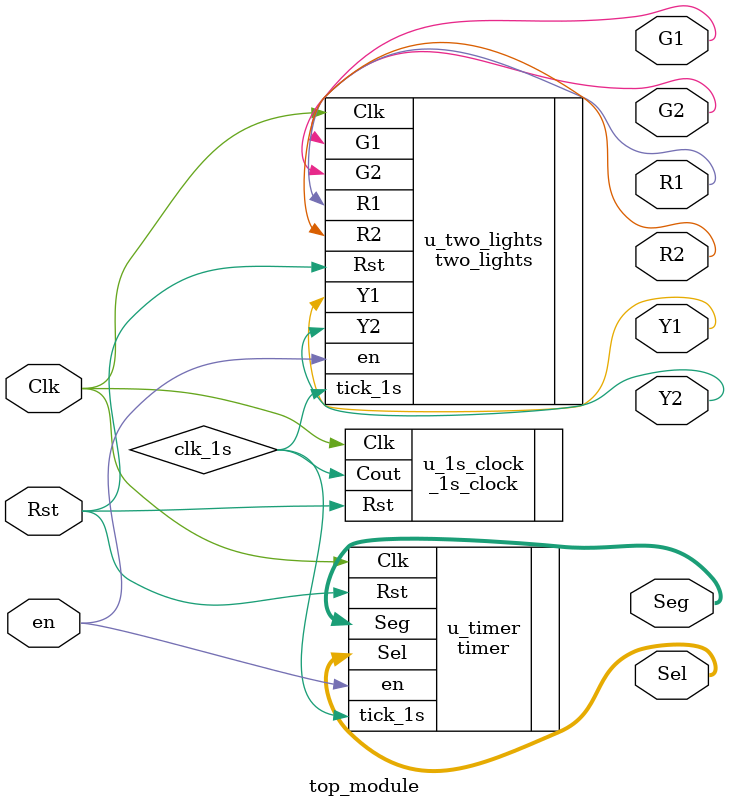
<source format=v>
module top_module(
    input Rst, Clk, en,    // Clock input (1kHz), Reset input and Enable input
    output R1, R2, Y1, Y2, G1, G2,
    output [7:0] Seg,
    output [3:0] Sel
);

    wire clk_1s;
    _1s_clock u_1s_clock (
        .Rst (Rst),
        .Clk (Clk),
        .Cout (clk_1s)
    );  // Convert 1kHz clock to 1Hz clock

    two_lights u_two_lights (
        .Clk (Clk),
        .Rst (Rst),
        .en (en),
        .tick_1s (clk_1s),
        .R1 (R1),
        .R2 (R2),
        .Y1 (Y1),
        .Y2 (Y2),
        .G1 (G1), 
        .G2 (G2)
    );

    timer u_timer (
        .Clk (Clk),
        .Rst (Rst),
        .en (en),
        .tick_1s (clk_1s),
        .Seg (Seg),
        .Sel (Sel)
    );

endmodule
</source>
